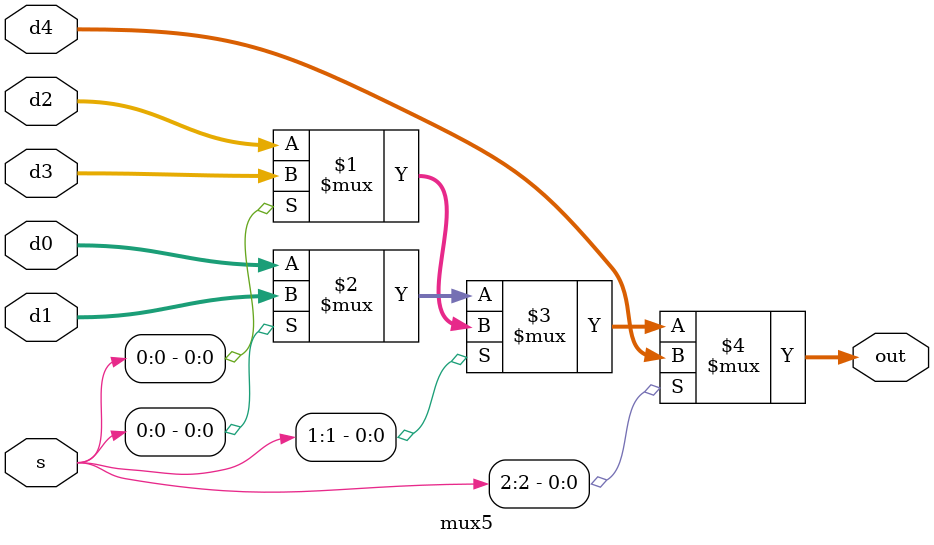
<source format=sv>
module mux5 #(parameter WIDTH = 32)
             (input  logic [WIDTH-1:0] d0, d1, d2, d3, d4,
              input  logic [2:0]  s,
              output logic [WIDTH-1:0] out
              );

assign out = s[2]? d4 : (s[1]? (s[0]?  d3 : d2) : (s[0]? d1 : d0));

endmodule
</source>
